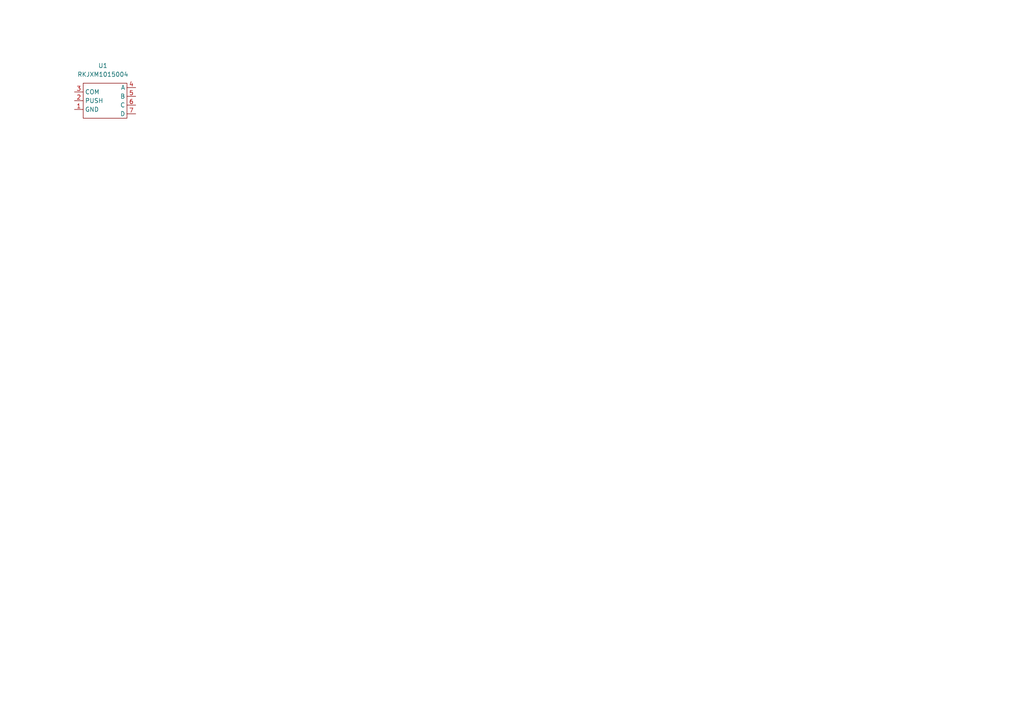
<source format=kicad_sch>
(kicad_sch (version 20230121) (generator eeschema)
  (paper "A4")
  (lib_symbols
    (symbol "Alps:RKJXM1015004"
      (property "Reference" "U1" (at -0.635 17.78 0))
      (property "Value" "RKJXM1015004" (at -0.635 15.24 0))
      (symbol "RKJXM1015004_0_1"
        (rectangle (start -6.35 12.7) (end 6.35 2.54))
      )
      (symbol "RKJXM1015004_1_1"
        (pin power_out line (at -8.89 5.08 0) (length 2.54) (name "GND") (number "1"))
        (pin power_in line (at -8.89 7.62 0) (length 2.54) (name "PUSH") (number "2"))
        (pin output line (at -8.89 10.16 0) (length 2.54) (name "COM") (number "3"))
        (pin output line (at 8.89 11.43 180) (length 2.54) (name "A") (number "4"))
        (pin output line (at 8.89 8.89 180) (length 2.54) (name "B") (number "5"))
        (pin output line (at 8.89 6.35 180) (length 2.54) (name "C") (number "6"))
        (pin output line (at 8.89 3.81 180) (length 2.54) (name "D") (number "7"))
      )
    )
  )
  (symbol (lib_id "Alps:RKJXM1015004") (at 30.48 36.83 0) (unit 1)
    (property "Reference" "U1" (at 29.845 19.05 0))
    (property "Value" "RKJXM1015004" (at 29.845 21.59 0))
    (property "Footprint" "Alps:RKJXM1015004" (effects hide))
  )
)
</source>
